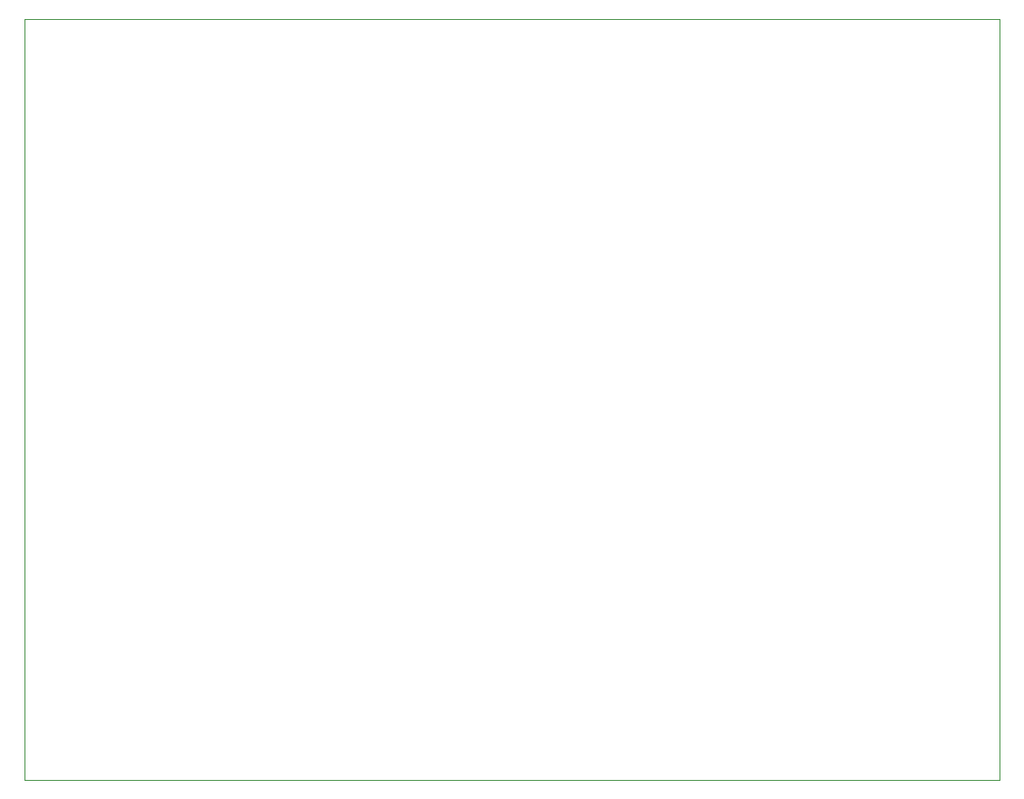
<source format=gbr>
G04 #@! TF.GenerationSoftware,KiCad,Pcbnew,(5.1.9)-1*
G04 #@! TF.CreationDate,2021-06-20T07:06:55+07:00*
G04 #@! TF.ProjectId,tally,74616c6c-792e-46b6-9963-61645f706362,rev?*
G04 #@! TF.SameCoordinates,Original*
G04 #@! TF.FileFunction,Profile,NP*
%FSLAX46Y46*%
G04 Gerber Fmt 4.6, Leading zero omitted, Abs format (unit mm)*
G04 Created by KiCad (PCBNEW (5.1.9)-1) date 2021-06-20 07:06:55*
%MOMM*%
%LPD*%
G01*
G04 APERTURE LIST*
G04 #@! TA.AperFunction,Profile*
%ADD10C,0.050000*%
G04 #@! TD*
G04 APERTURE END LIST*
D10*
X157000000Y-99000000D02*
X157000000Y-28000000D01*
X248000000Y-99000000D02*
X157000000Y-99000000D01*
X248000000Y-28000000D02*
X248000000Y-99000000D01*
X157000000Y-28000000D02*
X248000000Y-28000000D01*
M02*

</source>
